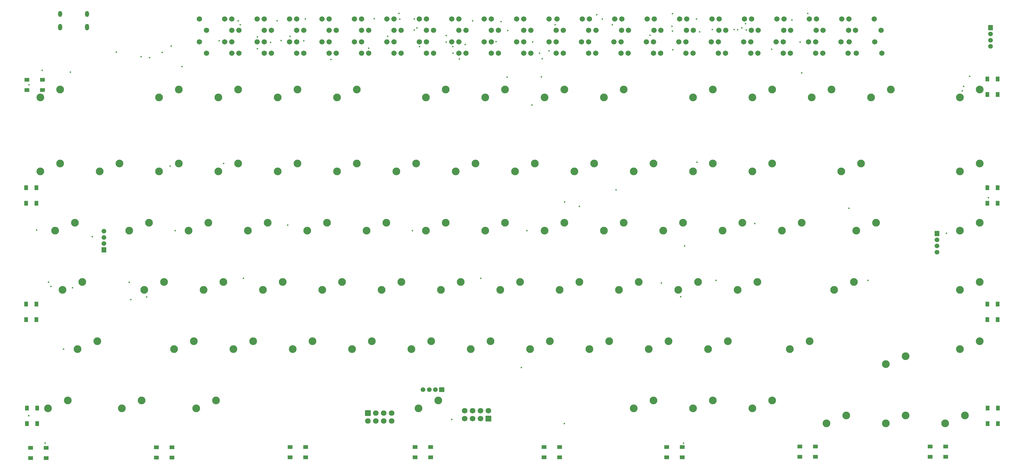
<source format=gbs>
G04 Layer: BottomSolderMaskLayer*
G04 EasyEDA Pro v2.1.51.8c9149c1.e57db4, 2024-03-19 08:44:46*
G04 Gerber Generator version 0.3*
G04 Scale: 100 percent, Rotated: No, Reflected: No*
G04 Dimensions in millimeters*
G04 Leading zeros omitted, absolute positions, 3 integers and 5 decimals*
%FSLAX35Y35*%
%MOMM*%
%AMOval*1,1,$1,$2,$3*1,1,$1,$4,$5*20,1,$1,$2,$3,$4,$5,0*%
%AMRoundRect*1,1,$1,$2,$3*1,1,$1,$4,$5*1,1,$1,0-$2,0-$3*1,1,$1,0-$4,0-$5*20,1,$1,$2,$3,$4,$5,0*20,1,$1,$4,$5,0-$2,0-$3,0*20,1,$1,0-$2,0-$3,0-$4,0-$5,0*20,1,$1,0-$4,0-$5,$2,$3,0*4,1,4,$2,$3,$4,$5,0-$2,0-$3,0-$4,0-$5,$2,$3,0*%
%ADD10C,2.4892*%
%ADD11Oval,1.3016X0.0X-0.3X0.0X0.3*%
%ADD12Oval,1.3016X0.0X-0.4X0.0X0.4*%
%ADD13RoundRect,0.09302X0.75429X-0.50429X-0.75429X-0.50429*%
%ADD14RoundRect,0.09302X-0.75429X0.50429X0.75429X0.50429*%
%ADD15RoundRect,0.09302X-0.50429X-0.75429X-0.50429X0.75429*%
%ADD16RoundRect,0.09302X0.50429X0.75429X0.50429X-0.75429*%
%ADD17C,1.7016*%
%ADD18C,1.5073*%
%ADD19C,1.5016*%
%ADD20RoundRect,0.09516X-0.70322X-0.76522X-0.70322X0.76522*%
%ADD21RoundRect,0.09516X0.70322X0.76522X0.70322X-0.76522*%
%ADD22RoundRect,0.09516X0.76522X-0.70322X-0.76522X-0.70322*%
%ADD23RoundRect,0.09618X-0.85271X0.85271X0.85271X0.85271*%
%ADD24C,1.8016*%
%ADD25RoundRect,0.09618X0.85271X-0.85271X-0.85271X-0.85271*%
%ADD26C,0.5*%
G75*


G04 Pad Start*
G54D10*
G01X19621500Y9309100D03*
G01X20256500Y9563100D03*
G01X2476500Y9309100D03*
G01X3111500Y9563100D03*
G01X4381500Y9309100D03*
G01X5016500Y9563100D03*
G01X6286500Y9309100D03*
G01X6921500Y9563100D03*
G01X8191500Y9309100D03*
G01X8826500Y9563100D03*
G01X10096500Y9309100D03*
G01X10731500Y9563100D03*
G01X12001500Y9309100D03*
G01X12636500Y9563100D03*
G01X13906500Y9309100D03*
G01X14541500Y9563100D03*
G01X15811500Y9309100D03*
G01X16446500Y9563100D03*
G01X17716500Y9309100D03*
G01X18351500Y9563100D03*
G54D11*
G01X1205789Y14369811D03*
G54D12*
G01X1205789Y13951821D03*
G01X2070811Y13951821D03*
G54D11*
G01X2070811Y14369811D03*
G54D13*
G01X17242600Y444411D03*
G01X17242600Y114389D03*
G01X16742601Y114389D03*
G01X16742601Y444411D03*
G01X21179600Y444411D03*
G01X21179600Y114389D03*
G01X20679601Y114389D03*
G01X20679601Y444411D03*
G01X25459500Y457111D03*
G01X25459500Y127089D03*
G01X24959501Y127089D03*
G01X24959501Y457111D03*
G54D14*
G01X29137801Y127089D03*
G01X29137801Y457111D03*
G01X29637800Y457111D03*
G01X29637800Y127089D03*
G54D15*
G01X31318111Y1197801D03*
G01X30988089Y1197801D03*
G01X30988089Y1697800D03*
G01X31318111Y1697800D03*
G01X31305411Y4537901D03*
G01X30975389Y4537901D03*
G01X30975389Y5037900D03*
G01X31305411Y5037900D03*
G01X31305411Y8284401D03*
G01X30975389Y8284401D03*
G01X30975389Y8784400D03*
G01X31305411Y8784400D03*
G01X31305411Y11776901D03*
G01X30975389Y11776901D03*
G01X30975389Y12276900D03*
G01X31305411Y12276900D03*
G54D14*
G01X143701Y11925389D03*
G01X143701Y12255411D03*
G01X643700Y12255411D03*
G01X643700Y11925389D03*
G54D16*
G01X114389Y8784400D03*
G01X444411Y8784400D03*
G01X444411Y8284401D03*
G01X114389Y8284401D03*
G01X114389Y5037900D03*
G01X444411Y5037900D03*
G01X444411Y4537901D03*
G01X114389Y4537901D03*
G01X139789Y1697800D03*
G01X469811Y1697800D03*
G01X469811Y1197801D03*
G01X139789Y1197801D03*
G54D13*
G01X758000Y419011D03*
G01X758000Y88989D03*
G01X258001Y88989D03*
G01X258001Y419011D03*
G01X4796600Y431711D03*
G01X4796600Y101689D03*
G01X4296601Y101689D03*
G01X4296601Y431711D03*
G01X9089200Y444411D03*
G01X9089200Y114389D03*
G01X8589201Y114389D03*
G01X8589201Y444411D03*
G01X13102400Y444411D03*
G01X13102400Y114389D03*
G01X12602401Y114389D03*
G01X12602401Y444411D03*
G54D10*
G01X570998Y11684977D03*
G01X1205998Y11938977D03*
G01X4381500Y11684000D03*
G01X5016500Y11938000D03*
G01X8191500Y11684000D03*
G01X8826500Y11938000D03*
G01X6286500Y11684000D03*
G01X6921500Y11938000D03*
G01X14859000Y11684000D03*
G01X15494000Y11938000D03*
G01X16764000Y11684000D03*
G01X17399000Y11938000D03*
G01X12954000Y11684000D03*
G01X13589000Y11938000D03*
G01X10096500Y11684000D03*
G01X10731500Y11938000D03*
G01X21526500Y11684000D03*
G01X22161500Y11938000D03*
G01X23431500Y11684000D03*
G01X24066500Y11938000D03*
G01X27241500Y11684000D03*
G01X27876500Y11938000D03*
G01X25336500Y11684000D03*
G01X25971500Y11938000D03*
G01X18669000Y11684000D03*
G01X19304000Y11938000D03*
G01X21526500Y9309100D03*
G01X22161500Y9563100D03*
G01X23431500Y9309100D03*
G01X24066500Y9563100D03*
G01X571500Y9309100D03*
G01X1206500Y9563100D03*
G01X1047997Y7403986D03*
G01X1682997Y7657986D03*
G01X3429000Y7404100D03*
G01X4064000Y7658100D03*
G01X7239000Y7404100D03*
G01X7874000Y7658100D03*
G01X5334000Y7404100D03*
G01X5969000Y7658100D03*
G01X12954000Y7404100D03*
G01X13589000Y7658100D03*
G01X14859000Y7404100D03*
G01X15494000Y7658100D03*
G01X11049000Y7404100D03*
G01X11684000Y7658100D03*
G01X9144000Y7404100D03*
G01X9779000Y7658100D03*
G01X18669000Y7404100D03*
G01X19304000Y7658100D03*
G01X20574000Y7404100D03*
G01X21209000Y7658100D03*
G01X24384000Y7404100D03*
G01X25019000Y7658100D03*
G01X22479000Y7404100D03*
G01X23114000Y7658100D03*
G01X16764000Y7404100D03*
G01X17399000Y7658100D03*
G01X26764946Y7402986D03*
G01X27399946Y7656986D03*
G01X26289000Y9309100D03*
G01X26924000Y9563100D03*
G01X30099000Y5499100D03*
G01X30734000Y5753100D03*
G01X30099000Y3594100D03*
G01X30734000Y3848100D03*
G01X18199100Y3594100D03*
G01X18834100Y3848100D03*
G01X24638000Y3594100D03*
G01X25273000Y3848100D03*
G01X27717944Y3111994D03*
G01X28352944Y3365994D03*
G01X22009100Y3594100D03*
G01X22644100Y3848100D03*
G01X20104100Y3594100D03*
G01X20739100Y3848100D03*
G01X10579100Y3594100D03*
G01X11214100Y3848100D03*
G01X12484100Y3594100D03*
G01X13119100Y3848100D03*
G01X16294100Y3594100D03*
G01X16929100Y3848100D03*
G01X14389100Y3594100D03*
G01X15024100Y3848100D03*
G01X6769100Y3594100D03*
G01X7404100Y3848100D03*
G01X8674100Y3594100D03*
G01X9309100Y3848100D03*
G01X4864100Y3594100D03*
G01X5499100Y3848100D03*
G01X1761996Y3593993D03*
G01X2396996Y3847993D03*
G01X1286997Y5498990D03*
G01X1921997Y5752990D03*
G01X3911600Y5499100D03*
G01X4546600Y5753100D03*
G01X7721600Y5499100D03*
G01X8356600Y5753100D03*
G01X5816600Y5499100D03*
G01X6451600Y5753100D03*
G01X13436600Y5499100D03*
G01X14071600Y5753100D03*
G01X15341600Y5499100D03*
G01X15976600Y5753100D03*
G01X11531600Y5499100D03*
G01X12166600Y5753100D03*
G01X9626600Y5499100D03*
G01X10261600Y5753100D03*
G01X19151600Y5499100D03*
G01X19786600Y5753100D03*
G01X21056600Y5499100D03*
G01X21691600Y5753100D03*
G01X26056947Y5497990D03*
G01X26691947Y5751990D03*
G01X22961600Y5499100D03*
G01X23596600Y5753100D03*
G01X17246600Y5499100D03*
G01X17881600Y5753100D03*
G01X813998Y1688598D03*
G01X1448998Y1942598D03*
G01X3189993Y1688997D03*
G01X3824993Y1942997D03*
G01X12715974Y1688997D03*
G01X13350974Y1942997D03*
G01X5576988Y1688997D03*
G01X6211988Y1942997D03*
G01X21526500Y1689100D03*
G01X22161500Y1943100D03*
G01X23431500Y1689100D03*
G01X24066500Y1943100D03*
G01X19621500Y1689100D03*
G01X20256500Y1943100D03*
G01X30099000Y11684000D03*
G01X30734000Y11938000D03*
G01X27717944Y1206998D03*
G01X28352944Y1460998D03*
G01X25812948Y1206998D03*
G01X26447948Y1460998D03*
G01X29622940Y1206998D03*
G01X30257940Y1460998D03*
G54D17*
G01X6493304Y14211303D03*
G01X5673291Y14211303D03*
G01X7534704Y13474703D03*
G01X6714691Y13474703D03*
G01X9617504Y14211303D03*
G01X8797491Y14211303D03*
G01X10658904Y13474703D03*
G01X9838891Y13474703D03*
G01X12741704Y14211303D03*
G01X11921691Y14211303D03*
G01X13783104Y13474703D03*
G01X12963091Y13474703D03*
G01X15865904Y14211303D03*
G01X15045891Y14211303D03*
G01X16907304Y13474703D03*
G01X16087291Y13474703D03*
G01X19015504Y14211303D03*
G01X18195491Y14211303D03*
G01X20031504Y13474703D03*
G01X19211491Y13474703D03*
G01X21301504Y13106403D03*
G01X20481491Y13106403D03*
G01X23397004Y13843003D03*
G01X22576991Y13843003D03*
G01X24425704Y13106403D03*
G01X23605691Y13106403D03*
G01X6721904Y13843003D03*
G01X5901891Y13843003D03*
G01X7763304Y13106403D03*
G01X6943291Y13106403D03*
G01X9846104Y13843003D03*
G01X9026091Y13843003D03*
G01X10887504Y13106403D03*
G01X10067491Y13106403D03*
G01X12970304Y13843003D03*
G01X12150291Y13843003D03*
G01X14011704Y13106403D03*
G01X13191691Y13106403D03*
G01X16094504Y13843003D03*
G01X15274491Y13843003D03*
G01X17135904Y13106403D03*
G01X16315891Y13106403D03*
G01X19231404Y13843003D03*
G01X18411391Y13843003D03*
G01X20260104Y13106403D03*
G01X19440091Y13106403D03*
G01X22139704Y14211303D03*
G01X21319691Y14211303D03*
G01X23155704Y13474703D03*
G01X22335691Y13474703D03*
G01X25263904Y14211303D03*
G01X24443891Y14211303D03*
G01X26521204Y13843003D03*
G01X25701191Y13843003D03*
G01X6493304Y13474703D03*
G01X5673291Y13474703D03*
G01X8576104Y14211303D03*
G01X7756091Y14211303D03*
G01X9617504Y13474703D03*
G01X8797491Y13474703D03*
G01X11700304Y14211303D03*
G01X10880291Y14211303D03*
G01X12741704Y13474703D03*
G01X11921691Y13474703D03*
G01X14824504Y14211303D03*
G01X14004491Y14211303D03*
G01X15865904Y13474703D03*
G01X15045891Y13474703D03*
G01X17974104Y14211303D03*
G01X17154091Y14211303D03*
G01X18990104Y13474703D03*
G01X18170091Y13474703D03*
G01X21098304Y14211303D03*
G01X20278291Y14211303D03*
G01X22355604Y13843003D03*
G01X21535591Y13843003D03*
G01X23384304Y13106403D03*
G01X22564291Y13106403D03*
G01X25479804Y13843003D03*
G01X24659791Y13843003D03*
G01X26279904Y13474703D03*
G01X25459891Y13474703D03*
G01X6721904Y13106403D03*
G01X5901891Y13106403D03*
G01X8804704Y13843003D03*
G01X7984691Y13843003D03*
G01X9846104Y13106403D03*
G01X9026091Y13106403D03*
G01X11928904Y13843003D03*
G01X11108891Y13843003D03*
G01X12970304Y13106403D03*
G01X12150291Y13106403D03*
G01X15053104Y13843003D03*
G01X14233091Y13843003D03*
G01X16094504Y13106403D03*
G01X15274491Y13106403D03*
G01X18177304Y13843003D03*
G01X17357291Y13843003D03*
G01X19218704Y13106403D03*
G01X18398691Y13106403D03*
G01X21314204Y13843003D03*
G01X20494191Y13843003D03*
G01X22114304Y13474703D03*
G01X21294291Y13474703D03*
G01X24222504Y14211303D03*
G01X23402491Y14211303D03*
G01X25238504Y13474703D03*
G01X24418491Y13474703D03*
G01X26508504Y13106403D03*
G01X25688491Y13106403D03*
G01X7534704Y14211303D03*
G01X6714691Y14211303D03*
G01X8576104Y13474703D03*
G01X7756091Y13474703D03*
G01X10658904Y14211303D03*
G01X9838891Y14211303D03*
G01X11700304Y13474703D03*
G01X10880291Y13474703D03*
G01X13783104Y14211303D03*
G01X12963091Y14211303D03*
G01X14824504Y13474703D03*
G01X14004491Y13474703D03*
G01X16907304Y14211303D03*
G01X16087291Y14211303D03*
G01X17948704Y13474703D03*
G01X17128691Y13474703D03*
G01X20056904Y14211303D03*
G01X19236891Y14211303D03*
G01X21072904Y13474703D03*
G01X20252891Y13474703D03*
G01X22342904Y13106403D03*
G01X21522891Y13106403D03*
G01X24438404Y13843003D03*
G01X23618391Y13843003D03*
G01X25467104Y13106403D03*
G01X24647091Y13106403D03*
G01X27346704Y14211303D03*
G01X26526691Y14211303D03*
G01X7763304Y13843003D03*
G01X6943291Y13843003D03*
G01X8804704Y13106403D03*
G01X7984691Y13106403D03*
G01X10887504Y13843003D03*
G01X10067491Y13843003D03*
G01X11928904Y13106403D03*
G01X11108891Y13106403D03*
G01X14011704Y13843003D03*
G01X13191691Y13843003D03*
G01X15053104Y13106403D03*
G01X14233091Y13106403D03*
G01X17135904Y13843003D03*
G01X16315891Y13843003D03*
G01X23181104Y14211303D03*
G01X22361091Y14211303D03*
G01X24197104Y13474703D03*
G01X23377091Y13474703D03*
G01X26305304Y14211303D03*
G01X25485291Y14211303D03*
G01X27562604Y13843003D03*
G01X26742591Y13843003D03*
G54D10*
G01X30099000Y7404100D03*
G01X30734000Y7658100D03*
G54D17*
G01X18177304Y13106403D03*
G01X17357291Y13106403D03*
G54D10*
G01X30099000Y9309100D03*
G01X30734000Y9563100D03*
G54D17*
G01X20272804Y13843003D03*
G01X19452791Y13843003D03*
G54D19*
G01X2616200Y7386599D03*
G01X2616200Y7186600D03*
G01X2616200Y6986600D03*
G54D20*
G01X2616200Y6786601D03*
G54D19*
G01X31076900Y13327101D03*
G01X31076900Y13527100D03*
G01X31076900Y13727100D03*
G54D21*
G01X31076900Y13927099D03*
G54D19*
G01X12857201Y2286000D03*
G01X13057200Y2286000D03*
G01X13257200Y2286000D03*
G54D22*
G01X13457199Y2286000D03*
G54D19*
G01X29362400Y6710401D03*
G01X29362400Y6910400D03*
G01X29362400Y7110400D03*
G54D21*
G01X29362400Y7310399D03*
G54D23*
G01X11087100Y1536700D03*
G54D24*
G01X11087100Y1282700D03*
G01X11341100Y1536700D03*
G01X11341100Y1282700D03*
G01X11595100Y1536700D03*
G01X11595100Y1282700D03*
G01X11849100Y1536700D03*
G01X11849100Y1282700D03*
G54D25*
G01X14960600Y1358900D03*
G54D24*
G01X14960600Y1612900D03*
G01X14706600Y1358900D03*
G01X14706600Y1612900D03*
G01X14452600Y1358900D03*
G01X14452600Y1612900D03*
G01X14198600Y1358900D03*
G01X14198600Y1612900D03*
G54D17*
G01X27588007Y13106403D03*
G01X26767993Y13106403D03*
G01X27359404Y13474703D03*
G01X26539391Y13474703D03*
G04 Pad End*

G04 Via Start*
G54D26*
G01X630923Y12563031D03*
G01X20508022Y5718604D03*
G01X21126450Y5276609D03*
G01X23089723Y13923986D03*
G01X3423924Y5740743D03*
G01X3981450Y5267239D03*
G01X4738376Y9473917D03*
G01X4897126Y7402226D03*
G01X6452879Y9564974D03*
G01X8593922Y13650302D03*
G01X7087849Y5867743D03*
G01X8510249Y7582246D03*
G01X11722100Y13652500D03*
G01X13825057Y13106403D03*
G01X12517139Y7402226D03*
G01X16017293Y3003092D03*
G01X15571360Y13834452D03*
G01X14707849Y5867743D03*
G01X17407344Y8325568D03*
G01X16903700Y13182600D03*
G01X16192500Y7404100D03*
G01X19051255Y8711393D03*
G01X16352424Y11441640D03*
G01X17878173Y8184304D03*
G01X9079135Y14211300D03*
G01X12112086Y14201190D03*
G01X18618200Y14211300D03*
G01X12580515Y13856187D03*
G01X16595193Y13106403D03*
G01X17097714Y14027153D03*
G01X18935700Y14020800D03*
G01X6924191Y14150704D03*
G01X8170867Y14150704D03*
G01X15198191Y13482657D03*
G01X20853400Y13970000D03*
G01X23207701Y14061144D03*
G01X6992116Y14021312D03*
G01X7965591Y13452941D03*
G01X14213991Y13393124D03*
G01X22959669Y13862223D03*
G01X23241000Y13855700D03*
G01X7538547Y13637091D03*
G01X8305800Y13512800D03*
G01X9025981Y13504419D03*
G01X12090400Y14389100D03*
G01X13817600Y13322300D03*
G01X18435283Y14348806D03*
G01X20149973Y13684294D03*
G01X20878800Y13220700D03*
G01X24053800Y13233400D03*
G01X25209500Y14387936D03*
G01X7538547Y13254019D03*
G01X6310369Y13508694D03*
G01X11115159Y13268791D03*
G01X9899585Y12905362D03*
G01X16378067Y13474703D03*
G01X16685253Y12934293D03*
G01X22140867Y13868444D03*
G01X24704195Y14179907D03*
G01X453999Y7417985D03*
G01X834803Y5740688D03*
G01X1320800Y3594100D03*
G01X4483100Y13131800D03*
G01X12580515Y14212528D03*
G01X21741856Y13797919D03*
G01X20866100Y13817600D03*
G01X24968200Y13462000D03*
G01X12661900Y13919200D03*
G01X12742867Y13318323D03*
G01X13600169Y13462551D03*
G01X13600169Y13679807D03*
G01X15361083Y14123344D03*
G01X29667200Y7315200D03*
G01X21656112Y9603423D03*
G01X22265714Y5806459D03*
G01X25019000Y12471400D03*
G01X16662400Y12344400D03*
G01X15560092Y12335881D03*
G01X5122178Y12679937D03*
G01X4774553Y13336818D03*
G01X26532928Y8122042D03*
G01X23507700Y7632700D03*
G01X27142530Y5806459D03*
G01X30213300Y12039600D03*
G01X30412419Y12366165D03*
G01X30174525Y11900701D03*
G01X21259800Y6908800D03*
G01X3009900Y13144500D03*
G01X3806992Y12997974D03*
G01X4076700Y12966700D03*
G01X208695Y12090400D03*
G01X2238553Y7209171D03*
G01X21633906Y14206246D03*
G01X22851461Y13870773D03*
G01X14450993Y14150478D03*
G01X20863270Y14379146D03*
G01X14028279Y12921909D03*
G01X906539Y5607764D03*
G01X17399000Y1193800D03*
G01X21220355Y567226D03*
G01X25463500Y457200D03*
G01X3477123Y5184803D03*
G01X200048Y1447800D03*
G01X723900Y571500D03*
G01X1539245Y12500015D03*
G01X13780288Y1334771D03*
G01X31005984Y8462134D03*
G01X11291460Y14215947D03*
G01X1605746Y5564761D03*
G04 Via End*

M02*

</source>
